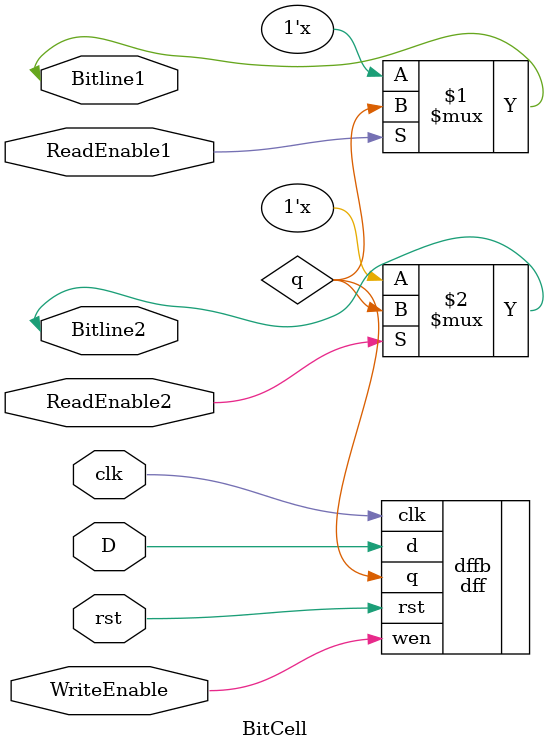
<source format=v>
module BitCell(
    input clk, rst, D, WriteEnable, ReadEnable1, ReadEnable2,
    inout Bitline1, Bitline2
);
//implementation of a bitcell within a register
wire q;

dff dffb (.q(q), .d(D), .wen(WriteEnable), .clk(clk), .rst(rst)); //flip flop

//disables the current bitcell if Readenable is not enabled
assign Bitline1 = ReadEnable1 ? q : 1'bz;
assign Bitline2 = ReadEnable2 ? q : 1'bz;

endmodule
</source>
